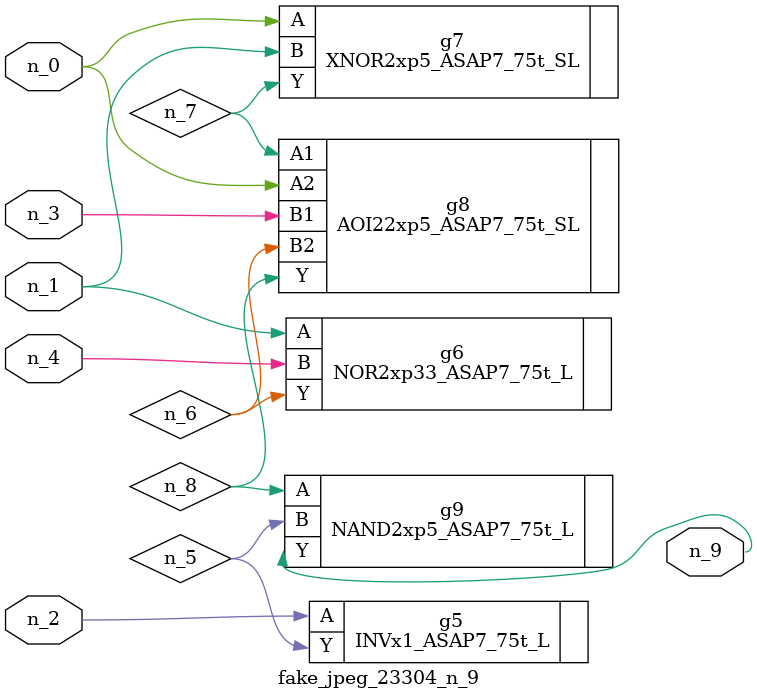
<source format=v>
module fake_jpeg_23304_n_9 (n_3, n_2, n_1, n_0, n_4, n_9);

input n_3;
input n_2;
input n_1;
input n_0;
input n_4;

output n_9;

wire n_8;
wire n_6;
wire n_5;
wire n_7;

INVx1_ASAP7_75t_L g5 ( 
.A(n_2),
.Y(n_5)
);

NOR2xp33_ASAP7_75t_L g6 ( 
.A(n_1),
.B(n_4),
.Y(n_6)
);

XNOR2xp5_ASAP7_75t_SL g7 ( 
.A(n_0),
.B(n_1),
.Y(n_7)
);

AOI22xp5_ASAP7_75t_SL g8 ( 
.A1(n_7),
.A2(n_0),
.B1(n_3),
.B2(n_6),
.Y(n_8)
);

NAND2xp5_ASAP7_75t_L g9 ( 
.A(n_8),
.B(n_5),
.Y(n_9)
);


endmodule
</source>
